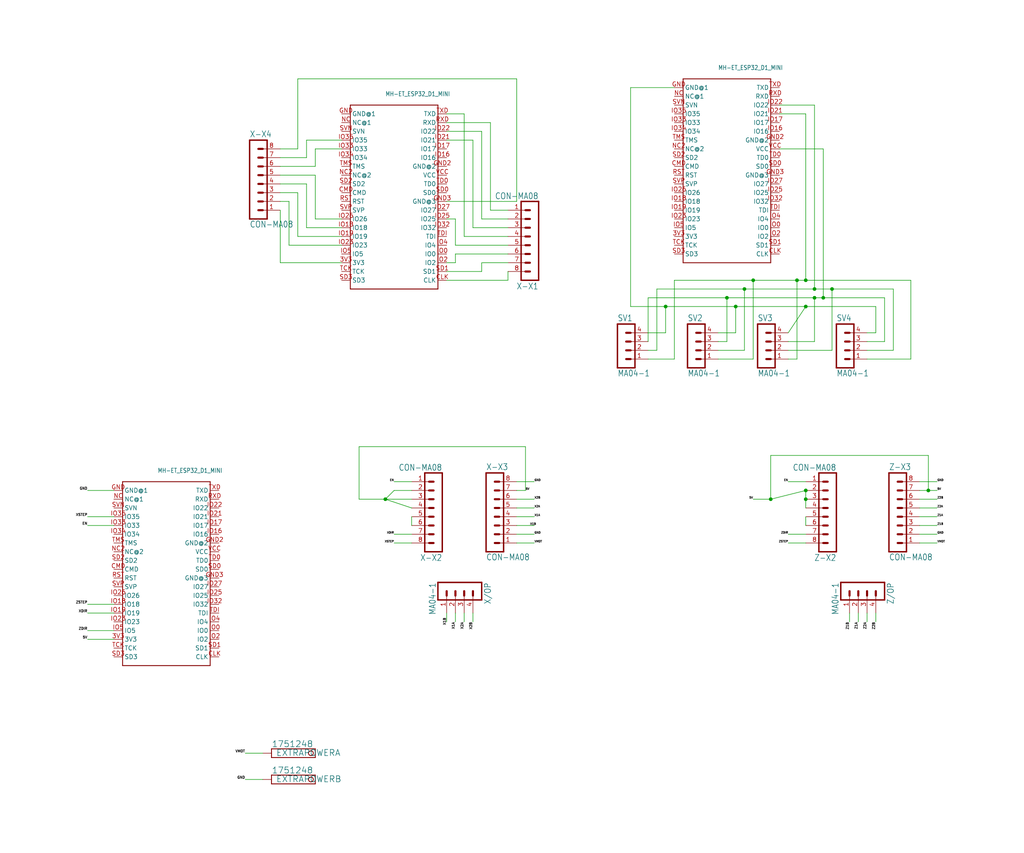
<source format=kicad_sch>
(kicad_sch (version 20211123) (generator eeschema)
  (paper "User" 297.002 247.371)
  (lib_symbols
    (symbol "UC2_Insert_Feather_v3-eagle-import:1751248"
      (property "Reference" "X" (at 1.27 -0.889 0))
      (property "Value" "1751248" (at 0 1.651 0))
      (symbol "1751248_1_0"
        (polyline (pts (xy 0 -1.27) (xy 0 1.27)) (stroke (width 0.254)))
        (polyline (pts (xy 0 1.27) (xy 12.7 1.27)) (stroke (width 0.254)))
        (polyline (pts (xy 12.7 -1.27) (xy 0 -1.27)) (stroke (width 0.254)))
        (polyline (pts (xy 12.7 -1.27) (xy 12.7 1.27)) (stroke (width 0.254)))
        (circle (center 11.43 0) (radius 0.6839) (stroke (width 0.254)))
        (pin passive line (at -2.54 0 0) (length 2.54) (name "K") (number "1"))
      )
      (symbol "1751248_2_0"
        (polyline (pts (xy 0 -1.27) (xy 0 1.27)) (stroke (width 0.254)))
        (polyline (pts (xy 0 1.27) (xy 12.7 1.27)) (stroke (width 0.254)))
        (polyline (pts (xy 12.7 -1.27) (xy 0 -1.27)) (stroke (width 0.254)))
        (polyline (pts (xy 12.7 -1.27) (xy 12.7 1.27)) (stroke (width 0.254)))
        (circle (center 11.43 0) (radius 0.6839) (stroke (width 0.254)))
        (pin passive line (at -2.54 0 0) (length 2.54) (name "K") (number "2"))
      )
    )
    (symbol "UC2_Insert_Feather_v3-eagle-import:CON-MA08"
      (property "Value" "CON-MA08" (at -3.81 -15.24 0))
      (symbol "CON-MA08_1_0"
        (polyline (pts (xy -3.81 10.16) (xy -3.81 -12.7)) (stroke (width 0.4064)))
        (polyline (pts (xy -3.81 10.16) (xy 1.27 10.16)) (stroke (width 0.4064)))
        (polyline (pts (xy -1.27 -10.16) (xy 0 -10.16)) (stroke (width 0.6096)))
        (polyline (pts (xy -1.27 -7.62) (xy 0 -7.62)) (stroke (width 0.6096)))
        (polyline (pts (xy -1.27 -5.08) (xy 0 -5.08)) (stroke (width 0.6096)))
        (polyline (pts (xy -1.27 -2.54) (xy 0 -2.54)) (stroke (width 0.6096)))
        (polyline (pts (xy -1.27 0) (xy 0 0)) (stroke (width 0.6096)))
        (polyline (pts (xy -1.27 2.54) (xy 0 2.54)) (stroke (width 0.6096)))
        (polyline (pts (xy -1.27 5.08) (xy 0 5.08)) (stroke (width 0.6096)))
        (polyline (pts (xy -1.27 7.62) (xy 0 7.62)) (stroke (width 0.6096)))
        (polyline (pts (xy 1.27 -12.7) (xy -3.81 -12.7)) (stroke (width 0.4064)))
        (polyline (pts (xy 1.27 -12.7) (xy 1.27 10.16)) (stroke (width 0.4064)))
        (pin passive line (at 5.08 -10.16 180) (length 5.08) (name "1") (number "1"))
        (pin passive line (at 5.08 -7.62 180) (length 5.08) (name "2") (number "2"))
        (pin passive line (at 5.08 -5.08 180) (length 5.08) (name "3") (number "3"))
        (pin passive line (at 5.08 -2.54 180) (length 5.08) (name "4") (number "4"))
        (pin passive line (at 5.08 0 180) (length 5.08) (name "5") (number "5"))
        (pin passive line (at 5.08 2.54 180) (length 5.08) (name "6") (number "6"))
        (pin passive line (at 5.08 5.08 180) (length 5.08) (name "7") (number "7"))
        (pin passive line (at 5.08 7.62 180) (length 5.08) (name "8") (number "8"))
      )
    )
    (symbol "UC2_Insert_Feather_v3-eagle-import:MA04-1"
      (property "Reference" "SV" (at -1.27 5.842 0))
      (property "Value" "MA04-1" (at -1.27 -10.16 0))
      (symbol "MA04-1_1_0"
        (polyline (pts (xy -1.27 5.08) (xy -1.27 -7.62)) (stroke (width 0.4064)))
        (polyline (pts (xy -1.27 5.08) (xy 3.81 5.08)) (stroke (width 0.4064)))
        (polyline (pts (xy 1.27 -5.08) (xy 2.54 -5.08)) (stroke (width 0.6096)))
        (polyline (pts (xy 1.27 -2.54) (xy 2.54 -2.54)) (stroke (width 0.6096)))
        (polyline (pts (xy 1.27 0) (xy 2.54 0)) (stroke (width 0.6096)))
        (polyline (pts (xy 1.27 2.54) (xy 2.54 2.54)) (stroke (width 0.6096)))
        (polyline (pts (xy 3.81 -7.62) (xy -1.27 -7.62)) (stroke (width 0.4064)))
        (polyline (pts (xy 3.81 -7.62) (xy 3.81 5.08)) (stroke (width 0.4064)))
        (pin passive line (at 7.62 -5.08 180) (length 5.08) (name "1") (number "1"))
        (pin passive line (at 7.62 -2.54 180) (length 5.08) (name "2") (number "2"))
        (pin passive line (at 7.62 0 180) (length 5.08) (name "3") (number "3"))
        (pin passive line (at 7.62 2.54 180) (length 5.08) (name "4") (number "4"))
      )
    )
    (symbol "UC2_Insert_Feather_v3-eagle-import:MH-ET_ESP32_D1_MINI"
      (property "Value" "MH-ET_ESP32_D1_MINI" (at -2.54 20.32 0))
      (symbol "MH-ET_ESP32_D1_MINI_1_0"
        (polyline (pts (xy -12.7 -35.56) (xy -12.7 17.78)) (stroke (width 0.254)))
        (polyline (pts (xy -12.7 17.78) (xy 12.7 17.78)) (stroke (width 0.254)))
        (polyline (pts (xy 12.7 -35.56) (xy -12.7 -35.56)) (stroke (width 0.254)))
        (polyline (pts (xy 12.7 17.78) (xy 12.7 -35.56)) (stroke (width 0.254)))
        (pin bidirectional line (at -15.24 -27.94 0) (length 2.54) (name "3V3") (number "3V3"))
        (pin bidirectional line (at 15.24 -33.02 180) (length 2.54) (name "CLK") (number "CLK"))
        (pin bidirectional line (at -15.24 -7.62 0) (length 2.54) (name "CMD") (number "CMD"))
        (pin bidirectional line (at -15.24 15.24 0) (length 2.54) (name "GND@1") (number "GND"))
        (pin bidirectional line (at 15.24 0 180) (length 2.54) (name "GND@2") (number "GND2"))
        (pin bidirectional line (at 15.24 -10.16 180) (length 2.54) (name "GND@3") (number "GND3"))
        (pin bidirectional line (at 15.24 -25.4 180) (length 2.54) (name "IO0") (number "IO0"))
        (pin bidirectional line (at 15.24 2.54 180) (length 2.54) (name "IO16") (number "IO16"))
        (pin bidirectional line (at 15.24 5.08 180) (length 2.54) (name "IO17") (number "IO17"))
        (pin bidirectional line (at -15.24 -17.78 0) (length 2.54) (name "IO18") (number "IO18"))
        (pin bidirectional line (at -15.24 -20.32 0) (length 2.54) (name "IO19") (number "IO19"))
        (pin bidirectional line (at 15.24 -27.94 180) (length 2.54) (name "IO2") (number "IO2"))
        (pin bidirectional line (at 15.24 7.62 180) (length 2.54) (name "IO21") (number "IO21"))
        (pin bidirectional line (at 15.24 10.16 180) (length 2.54) (name "IO22") (number "IO22"))
        (pin bidirectional line (at -15.24 -22.86 0) (length 2.54) (name "IO23") (number "IO23"))
        (pin bidirectional line (at 15.24 -15.24 180) (length 2.54) (name "IO25") (number "IO25"))
        (pin bidirectional line (at -15.24 -15.24 0) (length 2.54) (name "IO26") (number "IO26"))
        (pin bidirectional line (at 15.24 -12.7 180) (length 2.54) (name "IO27") (number "IO27"))
        (pin bidirectional line (at 15.24 -17.78 180) (length 2.54) (name "IO32") (number "IO32"))
        (pin bidirectional line (at -15.24 5.08 0) (length 2.54) (name "IO33") (number "IO33"))
        (pin bidirectional line (at -15.24 2.54 0) (length 2.54) (name "IO34") (number "IO34"))
        (pin bidirectional line (at -15.24 7.62 0) (length 2.54) (name "IO35") (number "IO35"))
        (pin bidirectional line (at 15.24 -22.86 180) (length 2.54) (name "IO4") (number "IO4"))
        (pin bidirectional line (at -15.24 -25.4 0) (length 2.54) (name "IO5") (number "IO5"))
        (pin bidirectional line (at -15.24 12.7 0) (length 2.54) (name "NC@1") (number "NC"))
        (pin bidirectional line (at -15.24 -2.54 0) (length 2.54) (name "NC@2") (number "NC2"))
        (pin bidirectional line (at -15.24 -10.16 0) (length 2.54) (name "RST") (number "RST"))
        (pin bidirectional line (at 15.24 12.7 180) (length 2.54) (name "RXD") (number "RXD"))
        (pin bidirectional line (at 15.24 -7.62 180) (length 2.54) (name "SD0") (number "SD0"))
        (pin bidirectional line (at 15.24 -30.48 180) (length 2.54) (name "SD1") (number "SD1"))
        (pin bidirectional line (at -15.24 -5.08 0) (length 2.54) (name "SD2") (number "SD2"))
        (pin bidirectional line (at -15.24 -33.02 0) (length 2.54) (name "SD3") (number "SD3"))
        (pin bidirectional line (at -15.24 10.16 0) (length 2.54) (name "SVN") (number "SVN"))
        (pin bidirectional line (at -15.24 -12.7 0) (length 2.54) (name "SVP") (number "SVP"))
        (pin bidirectional line (at -15.24 -30.48 0) (length 2.54) (name "TCK") (number "TCK"))
        (pin bidirectional line (at 15.24 -5.08 180) (length 2.54) (name "TD0") (number "TD0"))
        (pin bidirectional line (at 15.24 -20.32 180) (length 2.54) (name "TDI") (number "TDI"))
        (pin bidirectional line (at -15.24 0 0) (length 2.54) (name "TMS") (number "TMS"))
        (pin bidirectional line (at 15.24 15.24 180) (length 2.54) (name "TXD") (number "TXD"))
        (pin bidirectional line (at 15.24 -2.54 180) (length 2.54) (name "VCC") (number "VCC"))
      )
    )
  )
  (junction (at 233.68 144.78))
  (junction (at 223.52 144.78))
  (junction (at 241.3 83.82))
  (junction (at 210.82 86.36))
  (junction (at 215.9 83.82))
  (junction (at 238.76 86.36))
  (junction (at 236.22 86.36))
  (junction (at 213.36 88.9))
  (junction (at 233.68 88.9))
  (junction (at 269.24 142.24))
  (junction (at 233.68 81.28))
  (junction (at 231.14 81.28))
  (junction (at 193.04 88.9))
  (junction (at 218.44 81.28))
  (junction (at 236.22 83.82))
  (junction (at 111.76 144.78))
  (junction (at 233.68 142.24))
  (wire (pts (xy 99.06 68.58) (xy 86.36 68.58)))
  (wire (pts (xy 76.2 226.06) (xy 71.12 226.06)))
  (wire (pts (xy 134.62 33.02) (xy 134.62 68.58)))
  (wire (pts (xy 33.02 182.88) (xy 25.4 182.88)))
  (wire (pts (xy 256.54 99.06) (xy 251.46 99.06)))
  (wire (pts (xy 99.06 71.12) (xy 83.82 71.12)))
  (wire (pts (xy 149.86 149.86) (xy 154.94 149.86)))
  (wire (pts (xy 254 177.8) (xy 254 180.34)))
  (wire (pts (xy 114.3 142.24) (xy 111.76 144.78)))
  (wire (pts (xy 132.08 63.5) (xy 132.08 71.12)))
  (wire (pts (xy 266.7 139.7) (xy 271.78 139.7)))
  (wire (pts (xy 190.5 83.82) (xy 190.5 101.6)))
  (wire (pts (xy 91.44 48.26) (xy 81.28 48.26)))
  (wire (pts (xy 149.86 157.48) (xy 154.94 157.48)))
  (wire (pts (xy 149.86 22.86) (xy 149.86 58.42)))
  (wire (pts (xy 119.38 147.32) (xy 111.76 144.78)))
  (wire (pts (xy 241.3 101.6) (xy 228.6 101.6)))
  (wire (pts (xy 99.06 63.5) (xy 91.44 63.5)))
  (wire (pts (xy 149.86 144.78) (xy 154.94 144.78)))
  (wire (pts (xy 223.52 144.78) (xy 218.44 144.78)))
  (wire (pts (xy 137.16 66.04) (xy 147.32 66.04)))
  (wire (pts (xy 251.46 177.8) (xy 251.46 180.34)))
  (wire (pts (xy 147.32 63.5) (xy 139.7 63.5)))
  (wire (pts (xy 86.36 22.86) (xy 149.86 22.86)))
  (wire (pts (xy 259.08 101.6) (xy 251.46 101.6)))
  (wire (pts (xy 76.2 218.44) (xy 71.12 218.44)))
  (wire (pts (xy 81.28 76.2) (xy 81.28 60.96)))
  (wire (pts (xy 104.14 129.54) (xy 152.4 129.54)))
  (wire (pts (xy 236.22 86.36) (xy 210.82 86.36)))
  (wire (pts (xy 149.86 154.94) (xy 154.94 154.94)))
  (wire (pts (xy 129.54 81.28) (xy 147.32 81.28)))
  (wire (pts (xy 195.58 81.28) (xy 195.58 104.14)))
  (wire (pts (xy 266.7 144.78) (xy 271.78 144.78)))
  (wire (pts (xy 91.44 43.18) (xy 91.44 48.26)))
  (wire (pts (xy 231.14 104.14) (xy 228.6 104.14)))
  (wire (pts (xy 213.36 88.9) (xy 233.68 88.9)))
  (wire (pts (xy 142.24 35.56) (xy 142.24 60.96)))
  (wire (pts (xy 187.96 86.36) (xy 187.96 99.06)))
  (wire (pts (xy 213.36 96.52) (xy 208.28 96.52)))
  (wire (pts (xy 139.7 63.5) (xy 139.7 38.1)))
  (wire (pts (xy 195.58 104.14) (xy 187.96 104.14)))
  (wire (pts (xy 132.08 73.66) (xy 147.32 73.66)))
  (wire (pts (xy 119.38 154.94) (xy 114.3 154.94)))
  (wire (pts (xy 233.68 88.9) (xy 228.6 96.52)))
  (wire (pts (xy 266.7 149.86) (xy 271.78 149.86)))
  (wire (pts (xy 233.68 88.9) (xy 254 88.9)))
  (wire (pts (xy 33.02 142.24) (xy 25.4 142.24)))
  (wire (pts (xy 218.44 81.28) (xy 195.58 81.28)))
  (wire (pts (xy 215.9 101.6) (xy 208.28 101.6)))
  (wire (pts (xy 119.38 144.78) (xy 111.76 144.78)))
  (wire (pts (xy 152.4 129.54) (xy 152.4 142.24)))
  (wire (pts (xy 233.68 142.24) (xy 233.68 144.78)))
  (wire (pts (xy 266.7 152.4) (xy 271.78 152.4)))
  (wire (pts (xy 233.68 154.94) (xy 228.6 154.94)))
  (wire (pts (xy 236.22 83.82) (xy 241.3 83.82)))
  (wire (pts (xy 134.62 68.58) (xy 147.32 68.58)))
  (wire (pts (xy 137.16 40.64) (xy 137.16 66.04)))
  (wire (pts (xy 266.7 142.24) (xy 269.24 142.24)))
  (wire (pts (xy 149.86 152.4) (xy 154.94 152.4)))
  (wire (pts (xy 264.16 104.14) (xy 251.46 104.14)))
  (wire (pts (xy 241.3 83.82) (xy 259.08 83.82)))
  (wire (pts (xy 236.22 86.36) (xy 236.22 99.06)))
  (wire (pts (xy 91.44 50.8) (xy 81.28 50.8)))
  (wire (pts (xy 99.06 76.2) (xy 81.28 76.2)))
  (wire (pts (xy 226.06 43.18) (xy 238.76 43.18)))
  (wire (pts (xy 213.36 88.9) (xy 213.36 96.52)))
  (wire (pts (xy 182.88 88.9) (xy 193.04 88.9)))
  (wire (pts (xy 269.24 132.08) (xy 269.24 142.24)))
  (wire (pts (xy 129.54 78.74) (xy 139.7 78.74)))
  (wire (pts (xy 238.76 86.36) (xy 256.54 86.36)))
  (wire (pts (xy 231.14 81.28) (xy 218.44 81.28)))
  (wire (pts (xy 88.9 40.64) (xy 88.9 45.72)))
  (wire (pts (xy 119.38 157.48) (xy 114.3 157.48)))
  (wire (pts (xy 83.82 71.12) (xy 83.82 58.42)))
  (wire (pts (xy 139.7 78.74) (xy 139.7 76.2)))
  (wire (pts (xy 241.3 83.82) (xy 241.3 101.6)))
  (wire (pts (xy 99.06 66.04) (xy 88.9 66.04)))
  (wire (pts (xy 195.58 25.4) (xy 182.88 25.4)))
  (wire (pts (xy 86.36 68.58) (xy 86.36 55.88)))
  (wire (pts (xy 129.54 35.56) (xy 142.24 35.56)))
  (wire (pts (xy 269.24 142.24) (xy 271.78 142.24)))
  (wire (pts (xy 86.36 43.18) (xy 86.36 22.86)))
  (wire (pts (xy 86.36 55.88) (xy 81.28 55.88)))
  (wire (pts (xy 137.16 40.64) (xy 129.54 40.64)))
  (wire (pts (xy 129.54 38.1) (xy 139.7 38.1)))
  (wire (pts (xy 254 88.9) (xy 254 96.52)))
  (wire (pts (xy 132.08 71.12) (xy 147.32 71.12)))
  (wire (pts (xy 182.88 25.4) (xy 182.88 88.9)))
  (wire (pts (xy 223.52 132.08) (xy 269.24 132.08)))
  (wire (pts (xy 218.44 81.28) (xy 218.44 104.14)))
  (wire (pts (xy 223.52 144.78) (xy 233.68 142.24)))
  (wire (pts (xy 119.38 139.7) (xy 114.3 139.7)))
  (wire (pts (xy 88.9 66.04) (xy 88.9 53.34)))
  (wire (pts (xy 231.14 81.28) (xy 231.14 104.14)))
  (wire (pts (xy 149.86 147.32) (xy 154.94 147.32)))
  (wire (pts (xy 33.02 177.8) (xy 25.4 177.8)))
  (wire (pts (xy 210.82 86.36) (xy 187.96 86.36)))
  (wire (pts (xy 233.68 139.7) (xy 228.6 139.7)))
  (wire (pts (xy 91.44 63.5) (xy 91.44 50.8)))
  (wire (pts (xy 99.06 43.18) (xy 91.44 43.18)))
  (wire (pts (xy 134.62 33.02) (xy 129.54 33.02)))
  (wire (pts (xy 193.04 88.9) (xy 213.36 88.9)))
  (wire (pts (xy 210.82 99.06) (xy 208.28 99.06)))
  (wire (pts (xy 119.38 149.86) (xy 119.38 152.4)))
  (wire (pts (xy 142.24 60.96) (xy 147.32 60.96)))
  (wire (pts (xy 139.7 76.2) (xy 147.32 76.2)))
  (wire (pts (xy 233.68 147.32) (xy 233.68 144.78)))
  (wire (pts (xy 129.54 177.8) (xy 129.54 180.34)))
  (wire (pts (xy 132.08 177.8) (xy 132.08 180.34)))
  (wire (pts (xy 236.22 99.06) (xy 228.6 99.06)))
  (wire (pts (xy 266.7 157.48) (xy 271.78 157.48)))
  (wire (pts (xy 149.86 58.42) (xy 129.54 58.42)))
  (wire (pts (xy 147.32 81.28) (xy 147.32 78.74)))
  (wire (pts (xy 33.02 175.26) (xy 25.4 175.26)))
  (wire (pts (xy 149.86 139.7) (xy 154.94 139.7)))
  (wire (pts (xy 193.04 96.52) (xy 187.96 96.52)))
  (wire (pts (xy 104.14 144.78) (xy 104.14 129.54)))
  (wire (pts (xy 132.08 76.2) (xy 132.08 73.66)))
  (wire (pts (xy 254 96.52) (xy 251.46 96.52)))
  (wire (pts (xy 137.16 177.8) (xy 137.16 180.34)))
  (wire (pts (xy 33.02 152.4) (xy 25.4 152.4)))
  (wire (pts (xy 218.44 104.14) (xy 208.28 104.14)))
  (wire (pts (xy 266.7 154.94) (xy 271.78 154.94)))
  (wire (pts (xy 236.22 83.82) (xy 215.9 83.82)))
  (wire (pts (xy 129.54 63.5) (xy 132.08 63.5)))
  (wire (pts (xy 193.04 88.9) (xy 193.04 96.52)))
  (wire (pts (xy 210.82 86.36) (xy 210.82 99.06)))
  (wire (pts (xy 236.22 30.48) (xy 236.22 83.82)))
  (wire (pts (xy 238.76 86.36) (xy 236.22 86.36)))
  (wire (pts (xy 233.68 81.28) (xy 231.14 81.28)))
  (wire (pts (xy 238.76 43.18) (xy 238.76 86.36)))
  (wire (pts (xy 256.54 86.36) (xy 256.54 99.06)))
  (wire (pts (xy 111.76 144.78) (xy 104.14 144.78)))
  (wire (pts (xy 266.7 147.32) (xy 271.78 147.32)))
  (wire (pts (xy 226.06 33.02) (xy 233.68 33.02)))
  (wire (pts (xy 86.36 43.18) (xy 81.28 43.18)))
  (wire (pts (xy 215.9 83.82) (xy 215.9 101.6)))
  (wire (pts (xy 190.5 101.6) (xy 187.96 101.6)))
  (wire (pts (xy 88.9 45.72) (xy 81.28 45.72)))
  (wire (pts (xy 119.38 142.24) (xy 114.3 142.24)))
  (wire (pts (xy 99.06 40.64) (xy 88.9 40.64)))
  (wire (pts (xy 83.82 58.42) (xy 81.28 58.42)))
  (wire (pts (xy 233.68 149.86) (xy 233.68 152.4)))
  (wire (pts (xy 264.16 81.28) (xy 264.16 104.14)))
  (wire (pts (xy 33.02 149.86) (xy 25.4 149.86)))
  (wire (pts (xy 246.38 177.8) (xy 246.38 180.34)))
  (wire (pts (xy 248.92 177.8) (xy 248.92 180.34)))
  (wire (pts (xy 33.02 185.42) (xy 25.4 185.42)))
  (wire (pts (xy 215.9 83.82) (xy 190.5 83.82)))
  (wire (pts (xy 226.06 30.48) (xy 236.22 30.48)))
  (wire (pts (xy 129.54 76.2) (xy 132.08 76.2)))
  (wire (pts (xy 223.52 144.78) (xy 223.52 132.08)))
  (wire (pts (xy 88.9 53.34) (xy 81.28 53.34)))
  (wire (pts (xy 149.86 142.24) (xy 152.4 142.24)))
  (wire (pts (xy 233.68 33.02) (xy 233.68 81.28)))
  (wire (pts (xy 134.62 177.8) (xy 134.62 180.34)))
  (wire (pts (xy 233.68 81.28) (xy 264.16 81.28)))
  (wire (pts (xy 259.08 83.82) (xy 259.08 101.6)))
  (wire (pts (xy 233.68 157.48) (xy 228.6 157.48)))
  (label "X2A" (at 154.94 147.32 0) (effects (font (size 0.569 0.569))))
  (label "VMOT" (at 71.12 218.44 180) (effects (font (size 0.7112 0.7112))))
  (label "ZDIR" (at 228.6 154.94 180) (effects (font (size 0.569 0.569))))
  (label "Z2B" (at 254 180.34 270) (effects (font (size 0.7112 0.7112))))
  (label "X2A" (at 134.62 180.34 270) (effects (font (size 0.7112 0.7112))))
  (label "GND" (at 154.94 139.7 0) (effects (font (size 0.569 0.569))))
  (label "GND" (at 271.78 154.94 0) (effects (font (size 0.569 0.569))))
  (label "XDIR" (at 114.3 154.94 180) (effects (font (size 0.569 0.569))))
  (label "VMOT" (at 154.94 157.48 0) (effects (font (size 0.569 0.569))))
  (label "5V" (at 271.78 142.24 0) (effects (font (size 0.569 0.569))))
  (label "Z1A" (at 248.92 180.34 270) (effects (font (size 0.7112 0.7112))))
  (label "GND" (at 154.94 154.94 0) (effects (font (size 0.569 0.569))))
  (label "EN" (at 114.3 139.7 180) (effects (font (size 0.569 0.569))))
  (label "XSTEP" (at 25.4 149.86 180) (effects (font (size 0.7112 0.7112))))
  (label "EN" (at 25.4 152.4 180) (effects (font (size 0.7112 0.7112))))
  (label "X2B" (at 154.94 144.78 0) (effects (font (size 0.569 0.569))))
  (label "Z1B" (at 246.38 180.34 270) (effects (font (size 0.7112 0.7112))))
  (label "X2B" (at 137.16 180.34 270) (effects (font (size 0.7112 0.7112))))
  (label "Z2A" (at 251.46 180.34 270) (effects (font (size 0.7112 0.7112))))
  (label "Z2B" (at 271.78 144.78 0) (effects (font (size 0.569 0.569))))
  (label "X1A" (at 132.08 180.34 270) (effects (font (size 0.7112 0.7112))))
  (label "ZSTEP" (at 228.6 157.48 180) (effects (font (size 0.569 0.569))))
  (label "EN" (at 228.6 139.7 180) (effects (font (size 0.569 0.569))))
  (label "X1A" (at 154.94 149.86 0) (effects (font (size 0.569 0.569))))
  (label "ZDIR" (at 25.4 182.88 180) (effects (font (size 0.7112 0.7112))))
  (label "XSTEP" (at 114.3 157.48 180) (effects (font (size 0.569 0.569))))
  (label "GND" (at 271.78 139.7 0) (effects (font (size 0.569 0.569))))
  (label "5V" (at 218.44 144.78 180) (effects (font (size 0.569 0.569))))
  (label "Z2A" (at 271.78 147.32 0) (effects (font (size 0.569 0.569))))
  (label "X1B" (at 153.67 152.4 0) (effects (font (size 0.569 0.569))))
  (label "VMOT" (at 271.78 157.48 0) (effects (font (size 0.569 0.569))))
  (label "GND" (at 25.4 142.24 180) (effects (font (size 0.7112 0.7112))))
  (label "Z1A" (at 271.78 149.86 0) (effects (font (size 0.569 0.569))))
  (label "5V" (at 152.4 142.24 0) (effects (font (size 0.569 0.569))))
  (label "X1B" (at 129.54 179.07 270) (effects (font (size 0.7112 0.7112))))
  (label "Z1B" (at 271.78 152.4 0) (effects (font (size 0.569 0.569))))
  (label "XDIR" (at 25.4 177.8 180) (effects (font (size 0.7112 0.7112))))
  (label "GND" (at 71.12 226.06 180) (effects (font (size 0.7112 0.7112))))
  (label "ZSTEP" (at 25.4 175.26 180) (effects (font (size 0.7112 0.7112))))
  (label "5V" (at 25.4 185.42 180) (effects (font (size 0.7112 0.7112))))
  (symbol (lib_id "UC2_Insert_Feather_v3-eagle-import:MA04-1") (at 243.84 99.06 0)
    (property "Reference" "SV4" (at 242.57 93.218 0) (effects (font (size 1.778 1.5113)) (justify left bottom)))
    (property "Value" "MA04-1" (at 242.57 109.22 0) (effects (font (size 1.778 1.5113)) (justify left bottom)))
    (property "Footprint" "UC2_Insert_Feather_v3:MA04-1" (effects hide))
  )
  (symbol (lib_id "UC2_Insert_Feather_v3-eagle-import:MH-ET_ESP32_D1_MINI") (at 114.3 48.26 0)
    (property "Reference" "U$1" (effects hide))
    (property "Value" "MH-ET_ESP32_D1_MINI" (at 111.76 27.94 0) (effects (font (size 1.27 1.0795)) (justify left bottom)))
    (property "Footprint" "UC2_Insert_Feather_v3:MH-ET_ESP32_D1_MINI" (effects hide))
  )
  (symbol (lib_id "UC2_Insert_Feather_v3-eagle-import:CON-MA08") (at 144.78 147.32 0)
    (property "Reference" "X-X3" (at 140.97 136.398 0) (effects (font (size 1.778 1.5113)) (justify left bottom)))
    (property "Value" "CON-MA08" (at 140.97 162.56 0) (effects (font (size 1.778 1.5113)) (justify left bottom)))
    (property "Footprint" "UC2_Insert_Feather_v3:MA08" (effects hide))
  )
  (symbol (lib_id "UC2_Insert_Feather_v3-eagle-import:MA04-1") (at 251.46 170.18 270)
    (property "Reference" "Z/OP" (at 257.302 168.91 0) (effects (font (size 1.778 1.5113)) (justify left bottom)))
    (property "Value" "MA04-1" (at 241.3 168.91 0) (effects (font (size 1.778 1.5113)) (justify left bottom)))
    (property "Footprint" "UC2_Insert_Feather_v3:MA04-1" (effects hide))
  )
  (symbol (lib_id "UC2_Insert_Feather_v3-eagle-import:MH-ET_ESP32_D1_MINI") (at 48.26 157.48 0)
    (property "Reference" "U$3" (effects hide))
    (property "Value" "MH-ET_ESP32_D1_MINI" (at 45.72 137.16 0) (effects (font (size 1.27 1.0795)) (justify left bottom)))
    (property "Footprint" "UC2_Insert_Feather_v3:MH-ET_ESP32_D1_MINI" (effects hide))
  )
  (symbol (lib_id "UC2_Insert_Feather_v3-eagle-import:MH-ET_ESP32_D1_MINI") (at 210.82 40.64 0)
    (property "Reference" "U$2" (effects hide))
    (property "Value" "MH-ET_ESP32_D1_MINI" (at 208.28 20.32 0) (effects (font (size 1.27 1.0795)) (justify left bottom)))
    (property "Footprint" "UC2_Insert_Feather_v3:MH-ET_ESP32_D1_MINI" (effects hide))
  )
  (symbol (lib_id "UC2_Insert_Feather_v3-eagle-import:CON-MA08") (at 238.76 149.86 180)
    (property "Reference" "Z-X2" (at 242.57 160.782 0) (effects (font (size 1.778 1.5113)) (justify left bottom)))
    (property "Value" "CON-MA08" (at 242.57 134.62 0) (effects (font (size 1.778 1.5113)) (justify left bottom)))
    (property "Footprint" "UC2_Insert_Feather_v3:MA08" (effects hide))
  )
  (symbol (lib_id "UC2_Insert_Feather_v3-eagle-import:MA04-1") (at 200.66 99.06 0)
    (property "Reference" "SV2" (at 199.39 93.218 0) (effects (font (size 1.778 1.5113)) (justify left bottom)))
    (property "Value" "MA04-1" (at 199.39 109.22 0) (effects (font (size 1.778 1.5113)) (justify left bottom)))
    (property "Footprint" "UC2_Insert_Feather_v3:MA04-1" (effects hide))
  )
  (symbol (lib_id "UC2_Insert_Feather_v3-eagle-import:CON-MA08") (at 76.2 50.8 0)
    (property "Reference" "X-X4" (at 72.39 39.878 0) (effects (font (size 1.778 1.5113)) (justify left bottom)))
    (property "Value" "CON-MA08" (at 72.39 66.04 0) (effects (font (size 1.778 1.5113)) (justify left bottom)))
    (property "Footprint" "UC2_Insert_Feather_v3:MA08" (effects hide))
  )
  (symbol (lib_id "UC2_Insert_Feather_v3-eagle-import:1751248") (at 78.74 226.06 0)
    (property "Reference" "EXTRAPOWER" (at 80.01 226.949 0) (effects (font (size 1.778 1.778)) (justify left bottom)))
    (property "Value" "1751248" (at 78.74 224.409 0) (effects (font (size 1.778 1.778)) (justify left bottom)))
    (property "Footprint" "UC2_Insert_Feather_v3:1751248" (effects hide))
  )
  (symbol (lib_id "UC2_Insert_Feather_v3-eagle-import:CON-MA08") (at 261.62 147.32 0)
    (property "Reference" "Z-X3" (at 257.81 136.398 0) (effects (font (size 1.778 1.5113)) (justify left bottom)))
    (property "Value" "CON-MA08" (at 257.81 162.56 0) (effects (font (size 1.778 1.5113)) (justify left bottom)))
    (property "Footprint" "UC2_Insert_Feather_v3:MA08" (effects hide))
  )
  (symbol (lib_id "UC2_Insert_Feather_v3-eagle-import:1751248") (at 78.74 218.44 0)
    (property "Reference" "EXTRAPOWER" (at 80.01 219.329 0) (effects (font (size 1.778 1.778)) (justify left bottom)))
    (property "Value" "1751248" (at 78.74 216.789 0) (effects (font (size 1.778 1.778)) (justify left bottom)))
    (property "Footprint" "UC2_Insert_Feather_v3:1751248" (effects hide))
  )
  (symbol (lib_id "UC2_Insert_Feather_v3-eagle-import:CON-MA08") (at 124.46 149.86 180)
    (property "Reference" "X-X2" (at 128.27 160.782 0) (effects (font (size 1.778 1.5113)) (justify left bottom)))
    (property "Value" "CON-MA08" (at 128.27 134.62 0) (effects (font (size 1.778 1.5113)) (justify left bottom)))
    (property "Footprint" "UC2_Insert_Feather_v3:MA08" (effects hide))
  )
  (symbol (lib_id "UC2_Insert_Feather_v3-eagle-import:MA04-1") (at 134.62 170.18 270)
    (property "Reference" "X/OP" (at 140.462 168.91 0) (effects (font (size 1.778 1.5113)) (justify left bottom)))
    (property "Value" "MA04-1" (at 124.46 168.91 0) (effects (font (size 1.778 1.5113)) (justify left bottom)))
    (property "Footprint" "UC2_Insert_Feather_v3:MA04-1" (effects hide))
  )
  (symbol (lib_id "UC2_Insert_Feather_v3-eagle-import:MA04-1") (at 180.34 99.06 0)
    (property "Reference" "SV1" (at 179.07 93.218 0) (effects (font (size 1.778 1.5113)) (justify left bottom)))
    (property "Value" "MA04-1" (at 179.07 109.22 0) (effects (font (size 1.778 1.5113)) (justify left bottom)))
    (property "Footprint" "UC2_Insert_Feather_v3:MA04-1" (effects hide))
  )
  (symbol (lib_id "UC2_Insert_Feather_v3-eagle-import:CON-MA08") (at 152.4 71.12 180)
    (property "Reference" "X-X1" (at 156.21 82.042 0) (effects (font (size 1.778 1.5113)) (justify left bottom)))
    (property "Value" "CON-MA08" (at 156.21 55.88 0) (effects (font (size 1.778 1.5113)) (justify left bottom)))
    (property "Footprint" "UC2_Insert_Feather_v3:MA08" (effects hide))
  )
  (symbol (lib_id "UC2_Insert_Feather_v3-eagle-import:MA04-1") (at 220.98 99.06 0)
    (property "Reference" "SV3" (at 219.71 93.218 0) (effects (font (size 1.778 1.5113)) (justify left bottom)))
    (property "Value" "MA04-1" (at 219.71 109.22 0) (effects (font (size 1.778 1.5113)) (justify left bottom)))
    (property "Footprint" "UC2_Insert_Feather_v3:MA04-1" (effects hide))
  )
)
</source>
